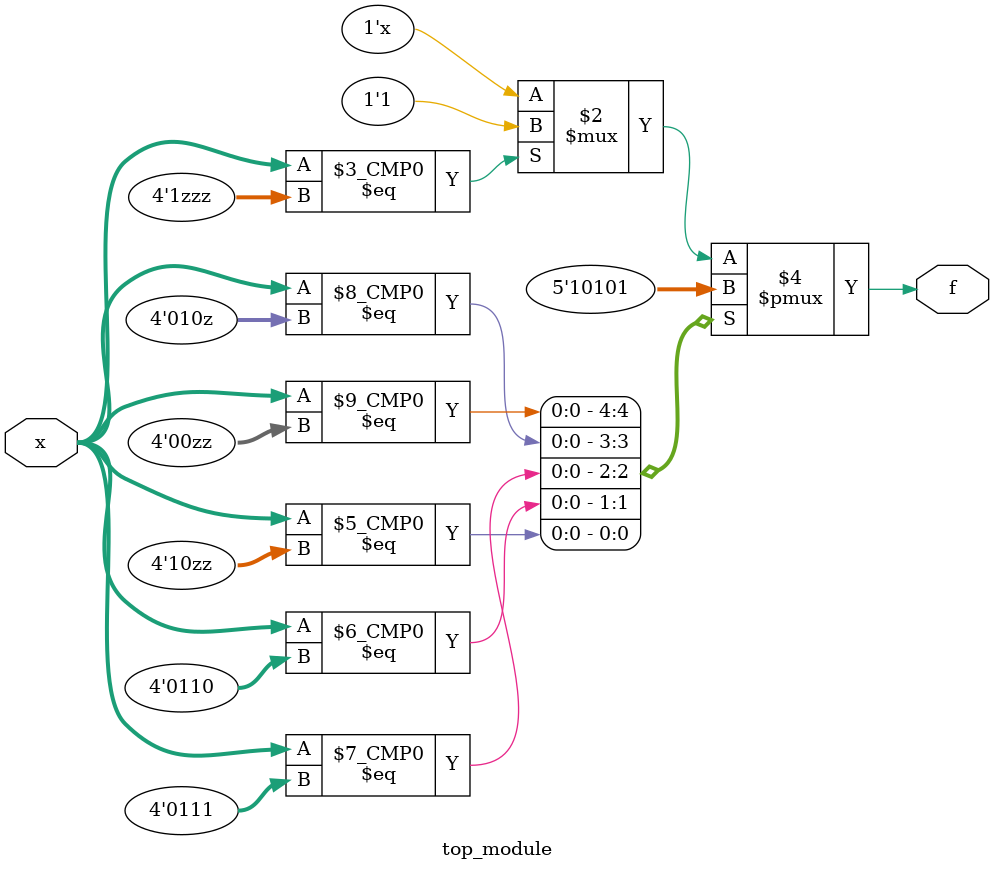
<source format=sv>
module top_module (
    input [4:1] x,
    output logic f
);

always_comb begin
    case (x)
        4'b00??: f = 1;     // when x[3]=0, x[4]=0
        4'b010?: f = 0;     // when x[3]=0, x[4]=1
        4'b0111: f = 1;     // when x[3]=0, x[4]=1, x[1]=1
        4'b0110: f = 0;     // when x[3]=0, x[4]=1, x[1]=0
        4'b10??: f = 1;     // when x[3]=1, x[4]=0
        4'b1???: f = 1;     // when x[3]=1, x[4]=1
        default: f = 1;      // for all other cases
    endcase
end

endmodule

</source>
